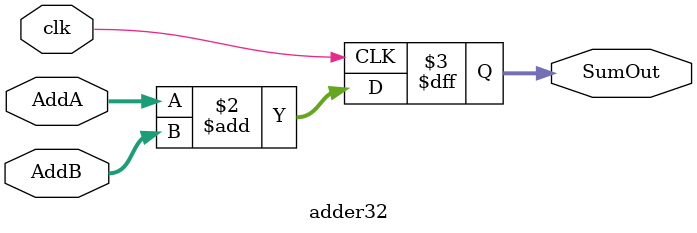
<source format=v>
module adder32(
  
  input clk, 
  input [31:0] AddA,
  input [31:0] AddB,
  
  output reg [31:0] SumOut
);
  
  always @(posedge clk) begin      
		
	 SumOut <= AddA + AddB;
  end

endmodule
  
</source>
